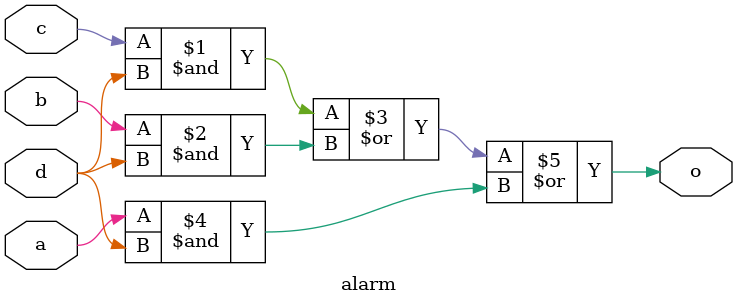
<source format=v>
module alarm(a,b,c,d,o);
  input a,b,c,d;
  output o;
  wire o;
  assign o=((c&d) | (b&d) |(a&d));
endmodule

</source>
